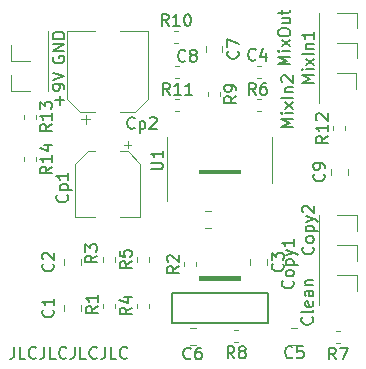
<source format=gbr>
G04 #@! TF.GenerationSoftware,KiCad,Pcbnew,(5.1.5-0-10_14)*
G04 #@! TF.CreationDate,2021-09-10T16:44:22+02:00*
G04 #@! TF.ProjectId,cleanblend,636c6561-6e62-46c6-956e-642e6b696361,rev?*
G04 #@! TF.SameCoordinates,Original*
G04 #@! TF.FileFunction,Legend,Top*
G04 #@! TF.FilePolarity,Positive*
%FSLAX46Y46*%
G04 Gerber Fmt 4.6, Leading zero omitted, Abs format (unit mm)*
G04 Created by KiCad (PCBNEW (5.1.5-0-10_14)) date 2021-09-10 16:44:22*
%MOMM*%
%LPD*%
G04 APERTURE LIST*
%ADD10C,0.150000*%
%ADD11C,0.120000*%
%ADD12C,0.100000*%
%ADD13C,0.127000*%
G04 APERTURE END LIST*
D10*
X82580952Y-103302380D02*
X82580952Y-104016666D01*
X82533333Y-104159523D01*
X82438095Y-104254761D01*
X82295238Y-104302380D01*
X82200000Y-104302380D01*
X83533333Y-104302380D02*
X83057142Y-104302380D01*
X83057142Y-103302380D01*
X84438095Y-104207142D02*
X84390476Y-104254761D01*
X84247619Y-104302380D01*
X84152380Y-104302380D01*
X84009523Y-104254761D01*
X83914285Y-104159523D01*
X83866666Y-104064285D01*
X83819047Y-103873809D01*
X83819047Y-103730952D01*
X83866666Y-103540476D01*
X83914285Y-103445238D01*
X84009523Y-103350000D01*
X84152380Y-103302380D01*
X84247619Y-103302380D01*
X84390476Y-103350000D01*
X84438095Y-103397619D01*
X85152380Y-103302380D02*
X85152380Y-104016666D01*
X85104761Y-104159523D01*
X85009523Y-104254761D01*
X84866666Y-104302380D01*
X84771428Y-104302380D01*
X86104761Y-104302380D02*
X85628571Y-104302380D01*
X85628571Y-103302380D01*
X87009523Y-104207142D02*
X86961904Y-104254761D01*
X86819047Y-104302380D01*
X86723809Y-104302380D01*
X86580952Y-104254761D01*
X86485714Y-104159523D01*
X86438095Y-104064285D01*
X86390476Y-103873809D01*
X86390476Y-103730952D01*
X86438095Y-103540476D01*
X86485714Y-103445238D01*
X86580952Y-103350000D01*
X86723809Y-103302380D01*
X86819047Y-103302380D01*
X86961904Y-103350000D01*
X87009523Y-103397619D01*
X87723809Y-103302380D02*
X87723809Y-104016666D01*
X87676190Y-104159523D01*
X87580952Y-104254761D01*
X87438095Y-104302380D01*
X87342857Y-104302380D01*
X88676190Y-104302380D02*
X88200000Y-104302380D01*
X88200000Y-103302380D01*
X89580952Y-104207142D02*
X89533333Y-104254761D01*
X89390476Y-104302380D01*
X89295238Y-104302380D01*
X89152380Y-104254761D01*
X89057142Y-104159523D01*
X89009523Y-104064285D01*
X88961904Y-103873809D01*
X88961904Y-103730952D01*
X89009523Y-103540476D01*
X89057142Y-103445238D01*
X89152380Y-103350000D01*
X89295238Y-103302380D01*
X89390476Y-103302380D01*
X89533333Y-103350000D01*
X89580952Y-103397619D01*
X90295238Y-103302380D02*
X90295238Y-104016666D01*
X90247619Y-104159523D01*
X90152380Y-104254761D01*
X90009523Y-104302380D01*
X89914285Y-104302380D01*
X91247619Y-104302380D02*
X90771428Y-104302380D01*
X90771428Y-103302380D01*
X92152380Y-104207142D02*
X92104761Y-104254761D01*
X91961904Y-104302380D01*
X91866666Y-104302380D01*
X91723809Y-104254761D01*
X91628571Y-104159523D01*
X91580952Y-104064285D01*
X91533333Y-103873809D01*
X91533333Y-103730952D01*
X91580952Y-103540476D01*
X91628571Y-103445238D01*
X91723809Y-103350000D01*
X91866666Y-103302380D01*
X91961904Y-103302380D01*
X92104761Y-103350000D01*
X92152380Y-103397619D01*
D11*
X95565000Y-87500000D02*
X95565000Y-90950000D01*
X95565000Y-87500000D02*
X95565000Y-85550000D01*
X104435000Y-87500000D02*
X104435000Y-89450000D01*
X104435000Y-87500000D02*
X104435000Y-85550000D01*
D12*
G36*
X98222000Y-97714000D02*
G01*
X101778000Y-97714000D01*
X101778000Y-97333000D01*
X98222000Y-97333000D01*
X98222000Y-97714000D01*
G37*
G36*
X98222000Y-88697000D02*
G01*
X101778000Y-88697000D01*
X101778000Y-88316000D01*
X98222000Y-88316000D01*
X98222000Y-88697000D01*
G37*
D13*
X104064000Y-101270000D02*
X104064000Y-98730000D01*
X95936000Y-101270000D02*
X104064000Y-101270000D01*
X95936000Y-98730000D02*
X95936000Y-101270000D01*
X104064000Y-98730000D02*
X95936000Y-98730000D01*
D11*
X83390000Y-87228733D02*
X83390000Y-87571267D01*
X84410000Y-87228733D02*
X84410000Y-87571267D01*
X83390000Y-83628733D02*
X83390000Y-83971267D01*
X84410000Y-83628733D02*
X84410000Y-83971267D01*
X110610000Y-84971267D02*
X110610000Y-84628733D01*
X109590000Y-84971267D02*
X109590000Y-84628733D01*
X96571267Y-82290000D02*
X96228733Y-82290000D01*
X96571267Y-83310000D02*
X96228733Y-83310000D01*
X96128733Y-77610000D02*
X96471267Y-77610000D01*
X96128733Y-76590000D02*
X96471267Y-76590000D01*
X98990000Y-81728733D02*
X98990000Y-82071267D01*
X100010000Y-81728733D02*
X100010000Y-82071267D01*
X101228733Y-102910000D02*
X101571267Y-102910000D01*
X101228733Y-101890000D02*
X101571267Y-101890000D01*
X109828733Y-103010000D02*
X110171267Y-103010000D01*
X109828733Y-101990000D02*
X110171267Y-101990000D01*
X103128733Y-83310000D02*
X103471267Y-83310000D01*
X103128733Y-82290000D02*
X103471267Y-82290000D01*
X94010000Y-96071267D02*
X94010000Y-95728733D01*
X92990000Y-96071267D02*
X92990000Y-95728733D01*
X94010000Y-99971267D02*
X94010000Y-99628733D01*
X92990000Y-99971267D02*
X92990000Y-99628733D01*
X90090000Y-95728733D02*
X90090000Y-96071267D01*
X91110000Y-95728733D02*
X91110000Y-96071267D01*
X98010000Y-96471267D02*
X98010000Y-96128733D01*
X96990000Y-96471267D02*
X96990000Y-96128733D01*
X90090000Y-99628733D02*
X90090000Y-99971267D01*
X91110000Y-99628733D02*
X91110000Y-99971267D01*
X111570000Y-75000000D02*
X111570000Y-76330000D01*
X109916500Y-75003500D02*
X111570000Y-75000000D01*
X108403500Y-74990000D02*
X108400000Y-77530000D01*
X111560000Y-80100000D02*
X111560000Y-81430000D01*
X109906500Y-80103500D02*
X111560000Y-80100000D01*
X108393500Y-80090000D02*
X108390000Y-82630000D01*
X111570000Y-77550000D02*
X111570000Y-78880000D01*
X109916500Y-77553500D02*
X111570000Y-77550000D01*
X108403500Y-77540000D02*
X108400000Y-80080000D01*
X111580000Y-92140000D02*
X111580000Y-93470000D01*
X109926500Y-92143500D02*
X111580000Y-92140000D01*
X108413500Y-92130000D02*
X108410000Y-94670000D01*
X108413500Y-94680000D02*
X108410000Y-97220000D01*
X109926500Y-94693500D02*
X111580000Y-94690000D01*
X111580000Y-94690000D02*
X111580000Y-96020000D01*
X111590000Y-97230000D02*
X111590000Y-98560000D01*
X109936500Y-97233500D02*
X111590000Y-97230000D01*
X108423500Y-97220000D02*
X108420000Y-99760000D01*
X82300000Y-81600000D02*
X82300000Y-80270000D01*
X83953500Y-81596500D02*
X82300000Y-81600000D01*
X85466500Y-81610000D02*
X85470000Y-79070000D01*
X82310000Y-79070000D02*
X82310000Y-77740000D01*
X83963500Y-79066500D02*
X82310000Y-79070000D01*
X85476500Y-79080000D02*
X85480000Y-76540000D01*
X88258750Y-84043750D02*
X89046250Y-84043750D01*
X88652500Y-84437500D02*
X88652500Y-83650000D01*
X92845563Y-83410000D02*
X93910000Y-82345563D01*
X88154437Y-83410000D02*
X87090000Y-82345563D01*
X88154437Y-83410000D02*
X89440000Y-83410000D01*
X92845563Y-83410000D02*
X91560000Y-83410000D01*
X93910000Y-82345563D02*
X93910000Y-76590000D01*
X87090000Y-82345563D02*
X87090000Y-76590000D01*
X87090000Y-76590000D02*
X89440000Y-76590000D01*
X93910000Y-76590000D02*
X91560000Y-76590000D01*
X92497500Y-86187500D02*
X91872500Y-86187500D01*
X92185000Y-85875000D02*
X92185000Y-86500000D01*
X88804437Y-86740000D02*
X87740000Y-87804437D01*
X92195563Y-86740000D02*
X93260000Y-87804437D01*
X92195563Y-86740000D02*
X91560000Y-86740000D01*
X88804437Y-86740000D02*
X89440000Y-86740000D01*
X87740000Y-87804437D02*
X87740000Y-92260000D01*
X93260000Y-87804437D02*
X93260000Y-92260000D01*
X93260000Y-92260000D02*
X91560000Y-92260000D01*
X87740000Y-92260000D02*
X89440000Y-92260000D01*
X99261252Y-91790000D02*
X98738748Y-91790000D01*
X99261252Y-93210000D02*
X98738748Y-93210000D01*
X110810000Y-88761252D02*
X110810000Y-88238748D01*
X109390000Y-88761252D02*
X109390000Y-88238748D01*
X96228733Y-80510000D02*
X96571267Y-80510000D01*
X96228733Y-79490000D02*
X96571267Y-79490000D01*
X98790000Y-77838748D02*
X98790000Y-78361252D01*
X100210000Y-77838748D02*
X100210000Y-78361252D01*
X97961252Y-101690000D02*
X97438748Y-101690000D01*
X97961252Y-103110000D02*
X97438748Y-103110000D01*
X106561252Y-101690000D02*
X106038748Y-101690000D01*
X106561252Y-103110000D02*
X106038748Y-103110000D01*
X103471267Y-79490000D02*
X103128733Y-79490000D01*
X103471267Y-80510000D02*
X103128733Y-80510000D01*
X102590000Y-95838748D02*
X102590000Y-96361252D01*
X104010000Y-95838748D02*
X104010000Y-96361252D01*
X86790000Y-95838748D02*
X86790000Y-96361252D01*
X88210000Y-95838748D02*
X88210000Y-96361252D01*
X86790000Y-99738748D02*
X86790000Y-100261252D01*
X88210000Y-99738748D02*
X88210000Y-100261252D01*
D10*
X94172380Y-88261904D02*
X94981904Y-88261904D01*
X95077142Y-88214285D01*
X95124761Y-88166666D01*
X95172380Y-88071428D01*
X95172380Y-87880952D01*
X95124761Y-87785714D01*
X95077142Y-87738095D01*
X94981904Y-87690476D01*
X94172380Y-87690476D01*
X95172380Y-86690476D02*
X95172380Y-87261904D01*
X95172380Y-86976190D02*
X94172380Y-86976190D01*
X94315238Y-87071428D01*
X94410476Y-87166666D01*
X94458095Y-87261904D01*
X85782380Y-88042857D02*
X85306190Y-88376190D01*
X85782380Y-88614285D02*
X84782380Y-88614285D01*
X84782380Y-88233333D01*
X84830000Y-88138095D01*
X84877619Y-88090476D01*
X84972857Y-88042857D01*
X85115714Y-88042857D01*
X85210952Y-88090476D01*
X85258571Y-88138095D01*
X85306190Y-88233333D01*
X85306190Y-88614285D01*
X85782380Y-87090476D02*
X85782380Y-87661904D01*
X85782380Y-87376190D02*
X84782380Y-87376190D01*
X84925238Y-87471428D01*
X85020476Y-87566666D01*
X85068095Y-87661904D01*
X85115714Y-86233333D02*
X85782380Y-86233333D01*
X84734761Y-86471428D02*
X85449047Y-86709523D01*
X85449047Y-86090476D01*
X85782380Y-84442857D02*
X85306190Y-84776190D01*
X85782380Y-85014285D02*
X84782380Y-85014285D01*
X84782380Y-84633333D01*
X84830000Y-84538095D01*
X84877619Y-84490476D01*
X84972857Y-84442857D01*
X85115714Y-84442857D01*
X85210952Y-84490476D01*
X85258571Y-84538095D01*
X85306190Y-84633333D01*
X85306190Y-85014285D01*
X85782380Y-83490476D02*
X85782380Y-84061904D01*
X85782380Y-83776190D02*
X84782380Y-83776190D01*
X84925238Y-83871428D01*
X85020476Y-83966666D01*
X85068095Y-84061904D01*
X84782380Y-83157142D02*
X84782380Y-82538095D01*
X85163333Y-82871428D01*
X85163333Y-82728571D01*
X85210952Y-82633333D01*
X85258571Y-82585714D01*
X85353809Y-82538095D01*
X85591904Y-82538095D01*
X85687142Y-82585714D01*
X85734761Y-82633333D01*
X85782380Y-82728571D01*
X85782380Y-83014285D01*
X85734761Y-83109523D01*
X85687142Y-83157142D01*
X109122380Y-85442857D02*
X108646190Y-85776190D01*
X109122380Y-86014285D02*
X108122380Y-86014285D01*
X108122380Y-85633333D01*
X108170000Y-85538095D01*
X108217619Y-85490476D01*
X108312857Y-85442857D01*
X108455714Y-85442857D01*
X108550952Y-85490476D01*
X108598571Y-85538095D01*
X108646190Y-85633333D01*
X108646190Y-86014285D01*
X109122380Y-84490476D02*
X109122380Y-85061904D01*
X109122380Y-84776190D02*
X108122380Y-84776190D01*
X108265238Y-84871428D01*
X108360476Y-84966666D01*
X108408095Y-85061904D01*
X108217619Y-84109523D02*
X108170000Y-84061904D01*
X108122380Y-83966666D01*
X108122380Y-83728571D01*
X108170000Y-83633333D01*
X108217619Y-83585714D01*
X108312857Y-83538095D01*
X108408095Y-83538095D01*
X108550952Y-83585714D01*
X109122380Y-84157142D01*
X109122380Y-83538095D01*
X95757142Y-81952380D02*
X95423809Y-81476190D01*
X95185714Y-81952380D02*
X95185714Y-80952380D01*
X95566666Y-80952380D01*
X95661904Y-81000000D01*
X95709523Y-81047619D01*
X95757142Y-81142857D01*
X95757142Y-81285714D01*
X95709523Y-81380952D01*
X95661904Y-81428571D01*
X95566666Y-81476190D01*
X95185714Y-81476190D01*
X96709523Y-81952380D02*
X96138095Y-81952380D01*
X96423809Y-81952380D02*
X96423809Y-80952380D01*
X96328571Y-81095238D01*
X96233333Y-81190476D01*
X96138095Y-81238095D01*
X97661904Y-81952380D02*
X97090476Y-81952380D01*
X97376190Y-81952380D02*
X97376190Y-80952380D01*
X97280952Y-81095238D01*
X97185714Y-81190476D01*
X97090476Y-81238095D01*
X95657142Y-76122380D02*
X95323809Y-75646190D01*
X95085714Y-76122380D02*
X95085714Y-75122380D01*
X95466666Y-75122380D01*
X95561904Y-75170000D01*
X95609523Y-75217619D01*
X95657142Y-75312857D01*
X95657142Y-75455714D01*
X95609523Y-75550952D01*
X95561904Y-75598571D01*
X95466666Y-75646190D01*
X95085714Y-75646190D01*
X96609523Y-76122380D02*
X96038095Y-76122380D01*
X96323809Y-76122380D02*
X96323809Y-75122380D01*
X96228571Y-75265238D01*
X96133333Y-75360476D01*
X96038095Y-75408095D01*
X97228571Y-75122380D02*
X97323809Y-75122380D01*
X97419047Y-75170000D01*
X97466666Y-75217619D01*
X97514285Y-75312857D01*
X97561904Y-75503333D01*
X97561904Y-75741428D01*
X97514285Y-75931904D01*
X97466666Y-76027142D01*
X97419047Y-76074761D01*
X97323809Y-76122380D01*
X97228571Y-76122380D01*
X97133333Y-76074761D01*
X97085714Y-76027142D01*
X97038095Y-75931904D01*
X96990476Y-75741428D01*
X96990476Y-75503333D01*
X97038095Y-75312857D01*
X97085714Y-75217619D01*
X97133333Y-75170000D01*
X97228571Y-75122380D01*
X101382380Y-82066666D02*
X100906190Y-82400000D01*
X101382380Y-82638095D02*
X100382380Y-82638095D01*
X100382380Y-82257142D01*
X100430000Y-82161904D01*
X100477619Y-82114285D01*
X100572857Y-82066666D01*
X100715714Y-82066666D01*
X100810952Y-82114285D01*
X100858571Y-82161904D01*
X100906190Y-82257142D01*
X100906190Y-82638095D01*
X101382380Y-81590476D02*
X101382380Y-81400000D01*
X101334761Y-81304761D01*
X101287142Y-81257142D01*
X101144285Y-81161904D01*
X100953809Y-81114285D01*
X100572857Y-81114285D01*
X100477619Y-81161904D01*
X100430000Y-81209523D01*
X100382380Y-81304761D01*
X100382380Y-81495238D01*
X100430000Y-81590476D01*
X100477619Y-81638095D01*
X100572857Y-81685714D01*
X100810952Y-81685714D01*
X100906190Y-81638095D01*
X100953809Y-81590476D01*
X101001428Y-81495238D01*
X101001428Y-81304761D01*
X100953809Y-81209523D01*
X100906190Y-81161904D01*
X100810952Y-81114285D01*
X101233333Y-104252380D02*
X100900000Y-103776190D01*
X100661904Y-104252380D02*
X100661904Y-103252380D01*
X101042857Y-103252380D01*
X101138095Y-103300000D01*
X101185714Y-103347619D01*
X101233333Y-103442857D01*
X101233333Y-103585714D01*
X101185714Y-103680952D01*
X101138095Y-103728571D01*
X101042857Y-103776190D01*
X100661904Y-103776190D01*
X101804761Y-103680952D02*
X101709523Y-103633333D01*
X101661904Y-103585714D01*
X101614285Y-103490476D01*
X101614285Y-103442857D01*
X101661904Y-103347619D01*
X101709523Y-103300000D01*
X101804761Y-103252380D01*
X101995238Y-103252380D01*
X102090476Y-103300000D01*
X102138095Y-103347619D01*
X102185714Y-103442857D01*
X102185714Y-103490476D01*
X102138095Y-103585714D01*
X102090476Y-103633333D01*
X101995238Y-103680952D01*
X101804761Y-103680952D01*
X101709523Y-103728571D01*
X101661904Y-103776190D01*
X101614285Y-103871428D01*
X101614285Y-104061904D01*
X101661904Y-104157142D01*
X101709523Y-104204761D01*
X101804761Y-104252380D01*
X101995238Y-104252380D01*
X102090476Y-104204761D01*
X102138095Y-104157142D01*
X102185714Y-104061904D01*
X102185714Y-103871428D01*
X102138095Y-103776190D01*
X102090476Y-103728571D01*
X101995238Y-103680952D01*
X109833333Y-104352380D02*
X109500000Y-103876190D01*
X109261904Y-104352380D02*
X109261904Y-103352380D01*
X109642857Y-103352380D01*
X109738095Y-103400000D01*
X109785714Y-103447619D01*
X109833333Y-103542857D01*
X109833333Y-103685714D01*
X109785714Y-103780952D01*
X109738095Y-103828571D01*
X109642857Y-103876190D01*
X109261904Y-103876190D01*
X110166666Y-103352380D02*
X110833333Y-103352380D01*
X110404761Y-104352380D01*
X103033333Y-81952380D02*
X102700000Y-81476190D01*
X102461904Y-81952380D02*
X102461904Y-80952380D01*
X102842857Y-80952380D01*
X102938095Y-81000000D01*
X102985714Y-81047619D01*
X103033333Y-81142857D01*
X103033333Y-81285714D01*
X102985714Y-81380952D01*
X102938095Y-81428571D01*
X102842857Y-81476190D01*
X102461904Y-81476190D01*
X103890476Y-80952380D02*
X103700000Y-80952380D01*
X103604761Y-81000000D01*
X103557142Y-81047619D01*
X103461904Y-81190476D01*
X103414285Y-81380952D01*
X103414285Y-81761904D01*
X103461904Y-81857142D01*
X103509523Y-81904761D01*
X103604761Y-81952380D01*
X103795238Y-81952380D01*
X103890476Y-81904761D01*
X103938095Y-81857142D01*
X103985714Y-81761904D01*
X103985714Y-81523809D01*
X103938095Y-81428571D01*
X103890476Y-81380952D01*
X103795238Y-81333333D01*
X103604761Y-81333333D01*
X103509523Y-81380952D01*
X103461904Y-81428571D01*
X103414285Y-81523809D01*
X92522380Y-96066666D02*
X92046190Y-96400000D01*
X92522380Y-96638095D02*
X91522380Y-96638095D01*
X91522380Y-96257142D01*
X91570000Y-96161904D01*
X91617619Y-96114285D01*
X91712857Y-96066666D01*
X91855714Y-96066666D01*
X91950952Y-96114285D01*
X91998571Y-96161904D01*
X92046190Y-96257142D01*
X92046190Y-96638095D01*
X91522380Y-95161904D02*
X91522380Y-95638095D01*
X91998571Y-95685714D01*
X91950952Y-95638095D01*
X91903333Y-95542857D01*
X91903333Y-95304761D01*
X91950952Y-95209523D01*
X91998571Y-95161904D01*
X92093809Y-95114285D01*
X92331904Y-95114285D01*
X92427142Y-95161904D01*
X92474761Y-95209523D01*
X92522380Y-95304761D01*
X92522380Y-95542857D01*
X92474761Y-95638095D01*
X92427142Y-95685714D01*
X92522380Y-99966666D02*
X92046190Y-100300000D01*
X92522380Y-100538095D02*
X91522380Y-100538095D01*
X91522380Y-100157142D01*
X91570000Y-100061904D01*
X91617619Y-100014285D01*
X91712857Y-99966666D01*
X91855714Y-99966666D01*
X91950952Y-100014285D01*
X91998571Y-100061904D01*
X92046190Y-100157142D01*
X92046190Y-100538095D01*
X91855714Y-99109523D02*
X92522380Y-99109523D01*
X91474761Y-99347619D02*
X92189047Y-99585714D01*
X92189047Y-98966666D01*
X89602380Y-95566666D02*
X89126190Y-95900000D01*
X89602380Y-96138095D02*
X88602380Y-96138095D01*
X88602380Y-95757142D01*
X88650000Y-95661904D01*
X88697619Y-95614285D01*
X88792857Y-95566666D01*
X88935714Y-95566666D01*
X89030952Y-95614285D01*
X89078571Y-95661904D01*
X89126190Y-95757142D01*
X89126190Y-96138095D01*
X88602380Y-95233333D02*
X88602380Y-94614285D01*
X88983333Y-94947619D01*
X88983333Y-94804761D01*
X89030952Y-94709523D01*
X89078571Y-94661904D01*
X89173809Y-94614285D01*
X89411904Y-94614285D01*
X89507142Y-94661904D01*
X89554761Y-94709523D01*
X89602380Y-94804761D01*
X89602380Y-95090476D01*
X89554761Y-95185714D01*
X89507142Y-95233333D01*
X96522380Y-96466666D02*
X96046190Y-96800000D01*
X96522380Y-97038095D02*
X95522380Y-97038095D01*
X95522380Y-96657142D01*
X95570000Y-96561904D01*
X95617619Y-96514285D01*
X95712857Y-96466666D01*
X95855714Y-96466666D01*
X95950952Y-96514285D01*
X95998571Y-96561904D01*
X96046190Y-96657142D01*
X96046190Y-97038095D01*
X95617619Y-96085714D02*
X95570000Y-96038095D01*
X95522380Y-95942857D01*
X95522380Y-95704761D01*
X95570000Y-95609523D01*
X95617619Y-95561904D01*
X95712857Y-95514285D01*
X95808095Y-95514285D01*
X95950952Y-95561904D01*
X96522380Y-96133333D01*
X96522380Y-95514285D01*
X89652380Y-99866666D02*
X89176190Y-100200000D01*
X89652380Y-100438095D02*
X88652380Y-100438095D01*
X88652380Y-100057142D01*
X88700000Y-99961904D01*
X88747619Y-99914285D01*
X88842857Y-99866666D01*
X88985714Y-99866666D01*
X89080952Y-99914285D01*
X89128571Y-99961904D01*
X89176190Y-100057142D01*
X89176190Y-100438095D01*
X89652380Y-98914285D02*
X89652380Y-99485714D01*
X89652380Y-99200000D02*
X88652380Y-99200000D01*
X88795238Y-99295238D01*
X88890476Y-99390476D01*
X88938095Y-99485714D01*
X105952380Y-79388095D02*
X104952380Y-79388095D01*
X105666666Y-79054761D01*
X104952380Y-78721428D01*
X105952380Y-78721428D01*
X105952380Y-78245238D02*
X105285714Y-78245238D01*
X104952380Y-78245238D02*
X105000000Y-78292857D01*
X105047619Y-78245238D01*
X105000000Y-78197619D01*
X104952380Y-78245238D01*
X105047619Y-78245238D01*
X105952380Y-77864285D02*
X105285714Y-77340476D01*
X105285714Y-77864285D02*
X105952380Y-77340476D01*
X104952380Y-76769047D02*
X104952380Y-76578571D01*
X105000000Y-76483333D01*
X105095238Y-76388095D01*
X105285714Y-76340476D01*
X105619047Y-76340476D01*
X105809523Y-76388095D01*
X105904761Y-76483333D01*
X105952380Y-76578571D01*
X105952380Y-76769047D01*
X105904761Y-76864285D01*
X105809523Y-76959523D01*
X105619047Y-77007142D01*
X105285714Y-77007142D01*
X105095238Y-76959523D01*
X105000000Y-76864285D01*
X104952380Y-76769047D01*
X105285714Y-75483333D02*
X105952380Y-75483333D01*
X105285714Y-75911904D02*
X105809523Y-75911904D01*
X105904761Y-75864285D01*
X105952380Y-75769047D01*
X105952380Y-75626190D01*
X105904761Y-75530952D01*
X105857142Y-75483333D01*
X105285714Y-75150000D02*
X105285714Y-74769047D01*
X104952380Y-75007142D02*
X105809523Y-75007142D01*
X105904761Y-74959523D01*
X105952380Y-74864285D01*
X105952380Y-74769047D01*
X106202380Y-84642857D02*
X105202380Y-84642857D01*
X105916666Y-84309523D01*
X105202380Y-83976190D01*
X106202380Y-83976190D01*
X106202380Y-83500000D02*
X105535714Y-83500000D01*
X105202380Y-83500000D02*
X105250000Y-83547619D01*
X105297619Y-83500000D01*
X105250000Y-83452380D01*
X105202380Y-83500000D01*
X105297619Y-83500000D01*
X106202380Y-83119047D02*
X105535714Y-82595238D01*
X105535714Y-83119047D02*
X106202380Y-82595238D01*
X106202380Y-82214285D02*
X105202380Y-82214285D01*
X105535714Y-81738095D02*
X106202380Y-81738095D01*
X105630952Y-81738095D02*
X105583333Y-81690476D01*
X105535714Y-81595238D01*
X105535714Y-81452380D01*
X105583333Y-81357142D01*
X105678571Y-81309523D01*
X106202380Y-81309523D01*
X105297619Y-80880952D02*
X105250000Y-80833333D01*
X105202380Y-80738095D01*
X105202380Y-80500000D01*
X105250000Y-80404761D01*
X105297619Y-80357142D01*
X105392857Y-80309523D01*
X105488095Y-80309523D01*
X105630952Y-80357142D01*
X106202380Y-80928571D01*
X106202380Y-80309523D01*
X107942380Y-80952857D02*
X106942380Y-80952857D01*
X107656666Y-80619523D01*
X106942380Y-80286190D01*
X107942380Y-80286190D01*
X107942380Y-79810000D02*
X107275714Y-79810000D01*
X106942380Y-79810000D02*
X106990000Y-79857619D01*
X107037619Y-79810000D01*
X106990000Y-79762380D01*
X106942380Y-79810000D01*
X107037619Y-79810000D01*
X107942380Y-79429047D02*
X107275714Y-78905238D01*
X107275714Y-79429047D02*
X107942380Y-78905238D01*
X107942380Y-78524285D02*
X106942380Y-78524285D01*
X107275714Y-78048095D02*
X107942380Y-78048095D01*
X107370952Y-78048095D02*
X107323333Y-78000476D01*
X107275714Y-77905238D01*
X107275714Y-77762380D01*
X107323333Y-77667142D01*
X107418571Y-77619523D01*
X107942380Y-77619523D01*
X107942380Y-76619523D02*
X107942380Y-77190952D01*
X107942380Y-76905238D02*
X106942380Y-76905238D01*
X107085238Y-77000476D01*
X107180476Y-77095714D01*
X107228095Y-77190952D01*
X107857142Y-94852380D02*
X107904761Y-94900000D01*
X107952380Y-95042857D01*
X107952380Y-95138095D01*
X107904761Y-95280952D01*
X107809523Y-95376190D01*
X107714285Y-95423809D01*
X107523809Y-95471428D01*
X107380952Y-95471428D01*
X107190476Y-95423809D01*
X107095238Y-95376190D01*
X107000000Y-95280952D01*
X106952380Y-95138095D01*
X106952380Y-95042857D01*
X107000000Y-94900000D01*
X107047619Y-94852380D01*
X107952380Y-94280952D02*
X107904761Y-94376190D01*
X107857142Y-94423809D01*
X107761904Y-94471428D01*
X107476190Y-94471428D01*
X107380952Y-94423809D01*
X107333333Y-94376190D01*
X107285714Y-94280952D01*
X107285714Y-94138095D01*
X107333333Y-94042857D01*
X107380952Y-93995238D01*
X107476190Y-93947619D01*
X107761904Y-93947619D01*
X107857142Y-93995238D01*
X107904761Y-94042857D01*
X107952380Y-94138095D01*
X107952380Y-94280952D01*
X107285714Y-93519047D02*
X108285714Y-93519047D01*
X107333333Y-93519047D02*
X107285714Y-93423809D01*
X107285714Y-93233333D01*
X107333333Y-93138095D01*
X107380952Y-93090476D01*
X107476190Y-93042857D01*
X107761904Y-93042857D01*
X107857142Y-93090476D01*
X107904761Y-93138095D01*
X107952380Y-93233333D01*
X107952380Y-93423809D01*
X107904761Y-93519047D01*
X107285714Y-92709523D02*
X107952380Y-92471428D01*
X107285714Y-92233333D02*
X107952380Y-92471428D01*
X108190476Y-92566666D01*
X108238095Y-92614285D01*
X108285714Y-92709523D01*
X107047619Y-91900000D02*
X107000000Y-91852380D01*
X106952380Y-91757142D01*
X106952380Y-91519047D01*
X107000000Y-91423809D01*
X107047619Y-91376190D01*
X107142857Y-91328571D01*
X107238095Y-91328571D01*
X107380952Y-91376190D01*
X107952380Y-91947619D01*
X107952380Y-91328571D01*
X106157142Y-97702380D02*
X106204761Y-97750000D01*
X106252380Y-97892857D01*
X106252380Y-97988095D01*
X106204761Y-98130952D01*
X106109523Y-98226190D01*
X106014285Y-98273809D01*
X105823809Y-98321428D01*
X105680952Y-98321428D01*
X105490476Y-98273809D01*
X105395238Y-98226190D01*
X105300000Y-98130952D01*
X105252380Y-97988095D01*
X105252380Y-97892857D01*
X105300000Y-97750000D01*
X105347619Y-97702380D01*
X106252380Y-97130952D02*
X106204761Y-97226190D01*
X106157142Y-97273809D01*
X106061904Y-97321428D01*
X105776190Y-97321428D01*
X105680952Y-97273809D01*
X105633333Y-97226190D01*
X105585714Y-97130952D01*
X105585714Y-96988095D01*
X105633333Y-96892857D01*
X105680952Y-96845238D01*
X105776190Y-96797619D01*
X106061904Y-96797619D01*
X106157142Y-96845238D01*
X106204761Y-96892857D01*
X106252380Y-96988095D01*
X106252380Y-97130952D01*
X105585714Y-96369047D02*
X106585714Y-96369047D01*
X105633333Y-96369047D02*
X105585714Y-96273809D01*
X105585714Y-96083333D01*
X105633333Y-95988095D01*
X105680952Y-95940476D01*
X105776190Y-95892857D01*
X106061904Y-95892857D01*
X106157142Y-95940476D01*
X106204761Y-95988095D01*
X106252380Y-96083333D01*
X106252380Y-96273809D01*
X106204761Y-96369047D01*
X105585714Y-95559523D02*
X106252380Y-95321428D01*
X105585714Y-95083333D02*
X106252380Y-95321428D01*
X106490476Y-95416666D01*
X106538095Y-95464285D01*
X106585714Y-95559523D01*
X106252380Y-94178571D02*
X106252380Y-94750000D01*
X106252380Y-94464285D02*
X105252380Y-94464285D01*
X105395238Y-94559523D01*
X105490476Y-94654761D01*
X105538095Y-94750000D01*
X107797142Y-100785714D02*
X107844761Y-100833333D01*
X107892380Y-100976190D01*
X107892380Y-101071428D01*
X107844761Y-101214285D01*
X107749523Y-101309523D01*
X107654285Y-101357142D01*
X107463809Y-101404761D01*
X107320952Y-101404761D01*
X107130476Y-101357142D01*
X107035238Y-101309523D01*
X106940000Y-101214285D01*
X106892380Y-101071428D01*
X106892380Y-100976190D01*
X106940000Y-100833333D01*
X106987619Y-100785714D01*
X107892380Y-100214285D02*
X107844761Y-100309523D01*
X107749523Y-100357142D01*
X106892380Y-100357142D01*
X107844761Y-99452380D02*
X107892380Y-99547619D01*
X107892380Y-99738095D01*
X107844761Y-99833333D01*
X107749523Y-99880952D01*
X107368571Y-99880952D01*
X107273333Y-99833333D01*
X107225714Y-99738095D01*
X107225714Y-99547619D01*
X107273333Y-99452380D01*
X107368571Y-99404761D01*
X107463809Y-99404761D01*
X107559047Y-99880952D01*
X107892380Y-98547619D02*
X107368571Y-98547619D01*
X107273333Y-98595238D01*
X107225714Y-98690476D01*
X107225714Y-98880952D01*
X107273333Y-98976190D01*
X107844761Y-98547619D02*
X107892380Y-98642857D01*
X107892380Y-98880952D01*
X107844761Y-98976190D01*
X107749523Y-99023809D01*
X107654285Y-99023809D01*
X107559047Y-98976190D01*
X107511428Y-98880952D01*
X107511428Y-98642857D01*
X107463809Y-98547619D01*
X107225714Y-98071428D02*
X107892380Y-98071428D01*
X107320952Y-98071428D02*
X107273333Y-98023809D01*
X107225714Y-97928571D01*
X107225714Y-97785714D01*
X107273333Y-97690476D01*
X107368571Y-97642857D01*
X107892380Y-97642857D01*
X86461428Y-82785714D02*
X86461428Y-82023809D01*
X86842380Y-82404761D02*
X86080476Y-82404761D01*
X86842380Y-81500000D02*
X86842380Y-81309523D01*
X86794761Y-81214285D01*
X86747142Y-81166666D01*
X86604285Y-81071428D01*
X86413809Y-81023809D01*
X86032857Y-81023809D01*
X85937619Y-81071428D01*
X85890000Y-81119047D01*
X85842380Y-81214285D01*
X85842380Y-81404761D01*
X85890000Y-81500000D01*
X85937619Y-81547619D01*
X86032857Y-81595238D01*
X86270952Y-81595238D01*
X86366190Y-81547619D01*
X86413809Y-81500000D01*
X86461428Y-81404761D01*
X86461428Y-81214285D01*
X86413809Y-81119047D01*
X86366190Y-81071428D01*
X86270952Y-81023809D01*
X85842380Y-80738095D02*
X86842380Y-80404761D01*
X85842380Y-80071428D01*
X85890000Y-78721904D02*
X85842380Y-78817142D01*
X85842380Y-78960000D01*
X85890000Y-79102857D01*
X85985238Y-79198095D01*
X86080476Y-79245714D01*
X86270952Y-79293333D01*
X86413809Y-79293333D01*
X86604285Y-79245714D01*
X86699523Y-79198095D01*
X86794761Y-79102857D01*
X86842380Y-78960000D01*
X86842380Y-78864761D01*
X86794761Y-78721904D01*
X86747142Y-78674285D01*
X86413809Y-78674285D01*
X86413809Y-78864761D01*
X86842380Y-78245714D02*
X85842380Y-78245714D01*
X86842380Y-77674285D01*
X85842380Y-77674285D01*
X86842380Y-77198095D02*
X85842380Y-77198095D01*
X85842380Y-76960000D01*
X85890000Y-76817142D01*
X85985238Y-76721904D01*
X86080476Y-76674285D01*
X86270952Y-76626666D01*
X86413809Y-76626666D01*
X86604285Y-76674285D01*
X86699523Y-76721904D01*
X86794761Y-76817142D01*
X86842380Y-76960000D01*
X86842380Y-77198095D01*
X92780952Y-84757142D02*
X92733333Y-84804761D01*
X92590476Y-84852380D01*
X92495238Y-84852380D01*
X92352380Y-84804761D01*
X92257142Y-84709523D01*
X92209523Y-84614285D01*
X92161904Y-84423809D01*
X92161904Y-84280952D01*
X92209523Y-84090476D01*
X92257142Y-83995238D01*
X92352380Y-83900000D01*
X92495238Y-83852380D01*
X92590476Y-83852380D01*
X92733333Y-83900000D01*
X92780952Y-83947619D01*
X93209523Y-84185714D02*
X93209523Y-85185714D01*
X93209523Y-84233333D02*
X93304761Y-84185714D01*
X93495238Y-84185714D01*
X93590476Y-84233333D01*
X93638095Y-84280952D01*
X93685714Y-84376190D01*
X93685714Y-84661904D01*
X93638095Y-84757142D01*
X93590476Y-84804761D01*
X93495238Y-84852380D01*
X93304761Y-84852380D01*
X93209523Y-84804761D01*
X94066666Y-83947619D02*
X94114285Y-83900000D01*
X94209523Y-83852380D01*
X94447619Y-83852380D01*
X94542857Y-83900000D01*
X94590476Y-83947619D01*
X94638095Y-84042857D01*
X94638095Y-84138095D01*
X94590476Y-84280952D01*
X94019047Y-84852380D01*
X94638095Y-84852380D01*
X87057142Y-90419047D02*
X87104761Y-90466666D01*
X87152380Y-90609523D01*
X87152380Y-90704761D01*
X87104761Y-90847619D01*
X87009523Y-90942857D01*
X86914285Y-90990476D01*
X86723809Y-91038095D01*
X86580952Y-91038095D01*
X86390476Y-90990476D01*
X86295238Y-90942857D01*
X86200000Y-90847619D01*
X86152380Y-90704761D01*
X86152380Y-90609523D01*
X86200000Y-90466666D01*
X86247619Y-90419047D01*
X86485714Y-89990476D02*
X87485714Y-89990476D01*
X86533333Y-89990476D02*
X86485714Y-89895238D01*
X86485714Y-89704761D01*
X86533333Y-89609523D01*
X86580952Y-89561904D01*
X86676190Y-89514285D01*
X86961904Y-89514285D01*
X87057142Y-89561904D01*
X87104761Y-89609523D01*
X87152380Y-89704761D01*
X87152380Y-89895238D01*
X87104761Y-89990476D01*
X87152380Y-88561904D02*
X87152380Y-89133333D01*
X87152380Y-88847619D02*
X86152380Y-88847619D01*
X86295238Y-88942857D01*
X86390476Y-89038095D01*
X86438095Y-89133333D01*
X108807142Y-88666666D02*
X108854761Y-88714285D01*
X108902380Y-88857142D01*
X108902380Y-88952380D01*
X108854761Y-89095238D01*
X108759523Y-89190476D01*
X108664285Y-89238095D01*
X108473809Y-89285714D01*
X108330952Y-89285714D01*
X108140476Y-89238095D01*
X108045238Y-89190476D01*
X107950000Y-89095238D01*
X107902380Y-88952380D01*
X107902380Y-88857142D01*
X107950000Y-88714285D01*
X107997619Y-88666666D01*
X108902380Y-88190476D02*
X108902380Y-88000000D01*
X108854761Y-87904761D01*
X108807142Y-87857142D01*
X108664285Y-87761904D01*
X108473809Y-87714285D01*
X108092857Y-87714285D01*
X107997619Y-87761904D01*
X107950000Y-87809523D01*
X107902380Y-87904761D01*
X107902380Y-88095238D01*
X107950000Y-88190476D01*
X107997619Y-88238095D01*
X108092857Y-88285714D01*
X108330952Y-88285714D01*
X108426190Y-88238095D01*
X108473809Y-88190476D01*
X108521428Y-88095238D01*
X108521428Y-87904761D01*
X108473809Y-87809523D01*
X108426190Y-87761904D01*
X108330952Y-87714285D01*
X97083333Y-79057142D02*
X97035714Y-79104761D01*
X96892857Y-79152380D01*
X96797619Y-79152380D01*
X96654761Y-79104761D01*
X96559523Y-79009523D01*
X96511904Y-78914285D01*
X96464285Y-78723809D01*
X96464285Y-78580952D01*
X96511904Y-78390476D01*
X96559523Y-78295238D01*
X96654761Y-78200000D01*
X96797619Y-78152380D01*
X96892857Y-78152380D01*
X97035714Y-78200000D01*
X97083333Y-78247619D01*
X97654761Y-78580952D02*
X97559523Y-78533333D01*
X97511904Y-78485714D01*
X97464285Y-78390476D01*
X97464285Y-78342857D01*
X97511904Y-78247619D01*
X97559523Y-78200000D01*
X97654761Y-78152380D01*
X97845238Y-78152380D01*
X97940476Y-78200000D01*
X97988095Y-78247619D01*
X98035714Y-78342857D01*
X98035714Y-78390476D01*
X97988095Y-78485714D01*
X97940476Y-78533333D01*
X97845238Y-78580952D01*
X97654761Y-78580952D01*
X97559523Y-78628571D01*
X97511904Y-78676190D01*
X97464285Y-78771428D01*
X97464285Y-78961904D01*
X97511904Y-79057142D01*
X97559523Y-79104761D01*
X97654761Y-79152380D01*
X97845238Y-79152380D01*
X97940476Y-79104761D01*
X97988095Y-79057142D01*
X98035714Y-78961904D01*
X98035714Y-78771428D01*
X97988095Y-78676190D01*
X97940476Y-78628571D01*
X97845238Y-78580952D01*
X101507142Y-78266666D02*
X101554761Y-78314285D01*
X101602380Y-78457142D01*
X101602380Y-78552380D01*
X101554761Y-78695238D01*
X101459523Y-78790476D01*
X101364285Y-78838095D01*
X101173809Y-78885714D01*
X101030952Y-78885714D01*
X100840476Y-78838095D01*
X100745238Y-78790476D01*
X100650000Y-78695238D01*
X100602380Y-78552380D01*
X100602380Y-78457142D01*
X100650000Y-78314285D01*
X100697619Y-78266666D01*
X100602380Y-77933333D02*
X100602380Y-77266666D01*
X101602380Y-77695238D01*
X97533333Y-104257142D02*
X97485714Y-104304761D01*
X97342857Y-104352380D01*
X97247619Y-104352380D01*
X97104761Y-104304761D01*
X97009523Y-104209523D01*
X96961904Y-104114285D01*
X96914285Y-103923809D01*
X96914285Y-103780952D01*
X96961904Y-103590476D01*
X97009523Y-103495238D01*
X97104761Y-103400000D01*
X97247619Y-103352380D01*
X97342857Y-103352380D01*
X97485714Y-103400000D01*
X97533333Y-103447619D01*
X98390476Y-103352380D02*
X98200000Y-103352380D01*
X98104761Y-103400000D01*
X98057142Y-103447619D01*
X97961904Y-103590476D01*
X97914285Y-103780952D01*
X97914285Y-104161904D01*
X97961904Y-104257142D01*
X98009523Y-104304761D01*
X98104761Y-104352380D01*
X98295238Y-104352380D01*
X98390476Y-104304761D01*
X98438095Y-104257142D01*
X98485714Y-104161904D01*
X98485714Y-103923809D01*
X98438095Y-103828571D01*
X98390476Y-103780952D01*
X98295238Y-103733333D01*
X98104761Y-103733333D01*
X98009523Y-103780952D01*
X97961904Y-103828571D01*
X97914285Y-103923809D01*
X106133333Y-104157142D02*
X106085714Y-104204761D01*
X105942857Y-104252380D01*
X105847619Y-104252380D01*
X105704761Y-104204761D01*
X105609523Y-104109523D01*
X105561904Y-104014285D01*
X105514285Y-103823809D01*
X105514285Y-103680952D01*
X105561904Y-103490476D01*
X105609523Y-103395238D01*
X105704761Y-103300000D01*
X105847619Y-103252380D01*
X105942857Y-103252380D01*
X106085714Y-103300000D01*
X106133333Y-103347619D01*
X107038095Y-103252380D02*
X106561904Y-103252380D01*
X106514285Y-103728571D01*
X106561904Y-103680952D01*
X106657142Y-103633333D01*
X106895238Y-103633333D01*
X106990476Y-103680952D01*
X107038095Y-103728571D01*
X107085714Y-103823809D01*
X107085714Y-104061904D01*
X107038095Y-104157142D01*
X106990476Y-104204761D01*
X106895238Y-104252380D01*
X106657142Y-104252380D01*
X106561904Y-104204761D01*
X106514285Y-104157142D01*
X103033333Y-78957142D02*
X102985714Y-79004761D01*
X102842857Y-79052380D01*
X102747619Y-79052380D01*
X102604761Y-79004761D01*
X102509523Y-78909523D01*
X102461904Y-78814285D01*
X102414285Y-78623809D01*
X102414285Y-78480952D01*
X102461904Y-78290476D01*
X102509523Y-78195238D01*
X102604761Y-78100000D01*
X102747619Y-78052380D01*
X102842857Y-78052380D01*
X102985714Y-78100000D01*
X103033333Y-78147619D01*
X103890476Y-78385714D02*
X103890476Y-79052380D01*
X103652380Y-78004761D02*
X103414285Y-78719047D01*
X104033333Y-78719047D01*
X105307142Y-96266666D02*
X105354761Y-96314285D01*
X105402380Y-96457142D01*
X105402380Y-96552380D01*
X105354761Y-96695238D01*
X105259523Y-96790476D01*
X105164285Y-96838095D01*
X104973809Y-96885714D01*
X104830952Y-96885714D01*
X104640476Y-96838095D01*
X104545238Y-96790476D01*
X104450000Y-96695238D01*
X104402380Y-96552380D01*
X104402380Y-96457142D01*
X104450000Y-96314285D01*
X104497619Y-96266666D01*
X104402380Y-95933333D02*
X104402380Y-95314285D01*
X104783333Y-95647619D01*
X104783333Y-95504761D01*
X104830952Y-95409523D01*
X104878571Y-95361904D01*
X104973809Y-95314285D01*
X105211904Y-95314285D01*
X105307142Y-95361904D01*
X105354761Y-95409523D01*
X105402380Y-95504761D01*
X105402380Y-95790476D01*
X105354761Y-95885714D01*
X105307142Y-95933333D01*
X85857142Y-96266666D02*
X85904761Y-96314285D01*
X85952380Y-96457142D01*
X85952380Y-96552380D01*
X85904761Y-96695238D01*
X85809523Y-96790476D01*
X85714285Y-96838095D01*
X85523809Y-96885714D01*
X85380952Y-96885714D01*
X85190476Y-96838095D01*
X85095238Y-96790476D01*
X85000000Y-96695238D01*
X84952380Y-96552380D01*
X84952380Y-96457142D01*
X85000000Y-96314285D01*
X85047619Y-96266666D01*
X85047619Y-95885714D02*
X85000000Y-95838095D01*
X84952380Y-95742857D01*
X84952380Y-95504761D01*
X85000000Y-95409523D01*
X85047619Y-95361904D01*
X85142857Y-95314285D01*
X85238095Y-95314285D01*
X85380952Y-95361904D01*
X85952380Y-95933333D01*
X85952380Y-95314285D01*
X85857142Y-100166666D02*
X85904761Y-100214285D01*
X85952380Y-100357142D01*
X85952380Y-100452380D01*
X85904761Y-100595238D01*
X85809523Y-100690476D01*
X85714285Y-100738095D01*
X85523809Y-100785714D01*
X85380952Y-100785714D01*
X85190476Y-100738095D01*
X85095238Y-100690476D01*
X85000000Y-100595238D01*
X84952380Y-100452380D01*
X84952380Y-100357142D01*
X85000000Y-100214285D01*
X85047619Y-100166666D01*
X85952380Y-99214285D02*
X85952380Y-99785714D01*
X85952380Y-99500000D02*
X84952380Y-99500000D01*
X85095238Y-99595238D01*
X85190476Y-99690476D01*
X85238095Y-99785714D01*
M02*

</source>
